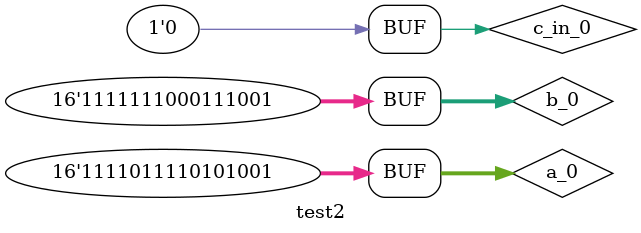
<source format=v>
`timescale 1ns / 1ps


module test2(

    );
    
    
    reg [15:0] a_0, b_0;
    reg c_in_0;
    wire [15:0] sum_0;
    wire GUAT_G_0, GUAT_P_0, carry4_0;
    
    design_1_wrapper sumator(GUAT_G_0, GUAT_P_0, a_0, b_0, c_in_0, carry4_0, sum_0);
    
    initial begin
        c_in_0 = 1'b0; a_0 = 20000; b_0 = 7000;
        #250 c_in_0 = 1; a_0 = 23458; b_0 = -44;
        #250 a_0 = -7324; b_0 = 4567;
        #250 c_in_0 = 0; a_0 = -2135; b_0 = -455;
    end
endmodule

</source>
